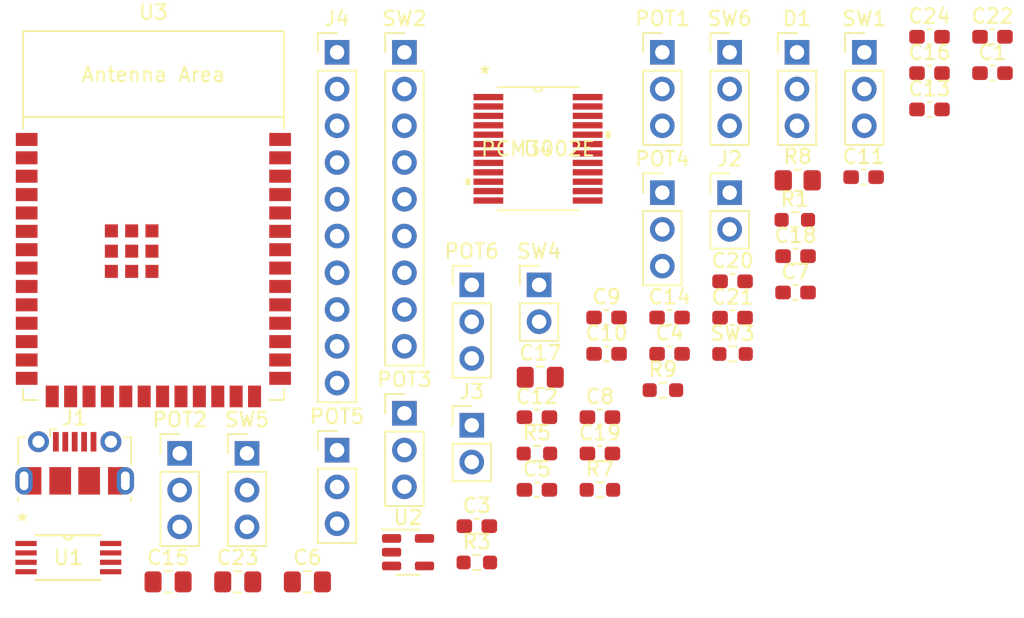
<source format=kicad_pcb>
(kicad_pcb (version 20211014) (generator pcbnew)
  (layers (0 "F.Cu" signal) (31 "B.Cu" signal) (34 "B.Paste" user) (35 "F.Paste" user) (36 "B.SilkS" user "B.Silkscreen") (37 "F.SilkS" user "F.Silkscreen") (38 "B.Mask" user) (39 "F.Mask" user) (44 "Edge.Cuts" user))
  (net 0 "")
  (net 1 "Net-(C1-Pad1)")
  (net 2 "/SWITCHED_IN")
  (net 3 "Net-(C3-Pad1)")
  (net 4 "/SWITCHED_OUT")
  (net 5 "GND")
  (net 6 "Net-(C5-Pad2)")
  (net 7 "+3V3")
  (net 8 "Net-(C8-Pad1)")
  (net 9 "+5V")
  (net 10 "Net-(C11-Pad2)")
  (net 11 "Net-(C18-Pad1)")
  (net 12 "Net-(C19-Pad1)")
  (net 13 "Net-(C20-Pad1)")
  (net 14 "Net-(C21-Pad1)")
  (net 15 "Net-(C22-Pad1)")
  (net 16 "Net-(D1-Pad1)")
  (net 17 "Net-(D1-Pad3)")
  (net 18 "Net-(J1-Pad1)")
  (net 19 "/D-")
  (net 20 "/D+")
  (net 22 "/CODEC_A_IN")
  (net 23 "/CODEC_A_OUT")
  (net 24 "/RAW_IN")
  (net 25 "/RAW_OUT")
  (net 26 "/CODEC_DATA_IN")
  (net 27 "/CODEC_DATA_OUT")
  (net 28 "/CODEC_BITCLK")
  (net 29 "Net-(POT1-Pad2)")
  (net 30 "Net-(POT2-Pad2)")
  (net 31 "Net-(POT3-Pad2)")
  (net 32 "Net-(POT4-Pad2)")
  (net 33 "Net-(POT5-Pad2)")
  (net 34 "Net-(POT6-Pad2)")
  (net 35 "Net-(R9-Pad2)")
  (net 37 "Net-(SW2-Pad3)")
  (net 38 "Net-(SW5-Pad2)")
  (net 39 "Net-(SW6-Pad2)")
  (net 41 "/CODEC_ZFLG")
  (net 42 "/CODEC_MD")
  (net 43 "/CODEC_MC")
  (net 44 "/CODEC_SYSCLK")
  (net 46 "/CODEC_RST")
  (net 47 "/CODEC_ML")
  (net 48 "/CODEC_LRCLK")
  (footprint "Resistor_SMD:R_0603_1608Metric_Pad0.98x0.95mm_HandSolder" (layer "F.Cu") (at 146.635 104.305)
    (fp_text reference "R3" (at 0 -1.43) (layer "F.SilkS"))
    (fp_text value "1k")
    (fp_line (start -0.254724 -0.5225) (end 0.254724 -0.5225) (layer "F.SilkS") (width 0.12))
    (fp_line (start -0.254724 0.5225) (end 0.254724 0.5225) (layer "F.SilkS") (width 0.12))
    (pad "1" smd roundrect (at -0.9125 0) (size 0.975 0.95) (layers "F.Cu" "F.Paste" "F.Mask") (net 1 "Net-(C1-Pad1)"))
    (pad "2" smd roundrect (at 0.9125 0) (size 0.975 0.95) (layers "F.Cu" "F.Paste" "F.Mask") (net 6 "Net-(C5-Pad2)"))
  )
  (footprint "Connector_PinHeader_2.54mm:PinHeader_1x09_P2.54mm_Vertical" (layer "F.Cu") (at 141.635 69.045)
    (fp_text reference "SW2" (at 0 -2.33) (layer "F.SilkS"))
    (fp_text value "SW_3PDT")
    (fp_line (start -1.33 0) (end -1.33 -1.33) (layer "F.SilkS") (width 0.12))
    (fp_line (start -1.33 1.27) (end -1.33 21.65) (layer "F.SilkS") (width 0.12))
    (fp_line (start 1.33 1.27) (end 1.33 21.65) (layer "F.SilkS") (width 0.12))
    (fp_line (start -1.33 -1.33) (end 0 -1.33) (layer "F.SilkS") (width 0.12))
    (fp_line (start -1.33 21.65) (end 1.33 21.65) (layer "F.SilkS") (width 0.12))
    (fp_line (start -1.33 1.27) (end 1.33 1.27) (layer "F.SilkS") (width 0.12))
    (pad "1" thru_hole rect (at 0 0) (size 1.7 1.7) (drill 1) (layers *.Cu *.Mask) (net 2 "/SWITCHED_IN"))
    (pad "2" thru_hole oval (at 0 2.54) (size 1.7 1.7) (drill 1) (layers *.Cu *.Mask) (net 24 "/RAW_IN"))
    (pad "3" thru_hole oval (at 0 5.08) (size 1.7 1.7) (drill 1) (layers *.Cu *.Mask) (net 37 "Net-(SW2-Pad3)"))
    (pad "4" thru_hole oval (at 0 7.62) (size 1.7 1.7) (drill 1) (layers *.Cu *.Mask) (net 4 "/SWITCHED_OUT"))
    (pad "5" thru_hole oval (at 0 10.16) (size 1.7 1.7) (drill 1) (layers *.Cu *.Mask) (net 25 "/RAW_OUT"))
    (pad "6" thru_hole oval (at 0 12.7) (size 1.7 1.7) (drill 1) (layers *.Cu *.Mask) (net 37 "Net-(SW2-Pad3)"))
    (pad "7" thru_hole oval (at 0 15.24) (size 1.7 1.7) (drill 1) (layers *.Cu *.Mask) (net 17 "Net-(D1-Pad3)"))
    (pad "8" thru_hole oval (at 0 17.78) (size 1.7 1.7) (drill 1) (layers *.Cu *.Mask) (net 35 "Net-(R9-Pad2)"))
    (pad "9" thru_hole oval (at 0 20.32) (size 1.7 1.7) (drill 1) (layers *.Cu *.Mask) (net 16 "Net-(D1-Pad1)"))
  )
  (footprint "Capacitor_SMD:C_0603_1608Metric_Pad1.08x0.95mm_HandSolder" (layer "F.Cu") (at 182.245 67.975)
    (fp_text reference "C22" (at 0 -1.43) (layer "F.SilkS"))
    (fp_text value "4.7uF")
    (fp_line (start -0.146267 -0.51) (end 0.146267 -0.51) (layer "F.SilkS") (width 0.12))
    (fp_line (start -0.146267 0.51) (end 0.146267 0.51) (layer "F.SilkS") (width 0.12))
    (pad "1" smd roundrect (at -0.8625 0) (size 1.075 0.95) (layers "F.Cu" "F.Paste" "F.Mask") (net 15 "Net-(C22-Pad1)"))
    (pad "2" smd roundrect (at 0.8625 0) (size 1.075 0.95) (layers "F.Cu" "F.Paste" "F.Mask") (net 4 "/SWITCHED_OUT"))
  )
  (footprint "Resistor_SMD:R_0603_1608Metric_Pad0.98x0.95mm_HandSolder" (layer "F.Cu") (at 155.135 99.285)
    (fp_text reference "R7" (at 0 -1.43) (layer "F.SilkS"))
    (fp_text value "100k")
    (fp_line (start -0.254724 -0.5225) (end 0.254724 -0.5225) (layer "F.SilkS") (width 0.12))
    (fp_line (start -0.254724 0.5225) (end 0.254724 0.5225) (layer "F.SilkS") (width 0.12))
    (pad "1" smd roundrect (at -0.9125 0) (size 0.975 0.95) (layers "F.Cu" "F.Paste" "F.Mask") (net 5 "GND"))
    (pad "2" smd roundrect (at 0.9125 0) (size 0.975 0.95) (layers "F.Cu" "F.Paste" "F.Mask") (net 4 "/SWITCHED_OUT"))
  )
  (footprint "Resistor_SMD:R_0603_1608Metric_Pad0.98x0.95mm_HandSolder" (layer "F.Cu") (at 164.295 89.895)
    (fp_text reference "SW3" (at 0 -1.43) (layer "F.SilkS"))
    (fp_text value "Boot")
    (fp_line (start -0.254724 -0.5225) (end 0.254724 -0.5225) (layer "F.SilkS") (width 0.12))
    (fp_line (start -0.254724 0.5225) (end 0.254724 0.5225) (layer "F.SilkS") (width 0.12))
    (pad "1" smd roundrect (at -0.9125 0) (size 0.975 0.95) (layers "F.Cu" "F.Paste" "F.Mask") (net 5 "GND"))
    (pad "2" smd roundrect (at 0.9125 0) (size 0.975 0.95) (layers "F.Cu" "F.Paste" "F.Mask") (net 10 "Net-(C11-Pad2)"))
  )
  (footprint "Connector_PinHeader_2.54mm:PinHeader_1x03_P2.54mm_Vertical" (layer "F.Cu") (at 168.745 69.045)
    (fp_text reference "D1" (at 0 -2.33) (layer "F.SilkS"))
    (fp_text value "LED_Dual_AKA")
    (fp_line (start -1.33 6.41) (end 1.33 6.41) (layer "F.SilkS") (width 0.12))
    (fp_line (start -1.33 1.27) (end 1.33 1.27) (layer "F.SilkS") (width 0.12))
    (fp_line (start -1.33 0) (end -1.33 -1.33) (layer "F.SilkS") (width 0.12))
    (fp_line (start -1.33 1.27) (end -1.33 6.41) (layer "F.SilkS") (width 0.12))
    (fp_line (start 1.33 1.27) (end 1.33 6.41) (layer "F.SilkS") (width 0.12))
    (fp_line (start -1.33 -1.33) (end 0 -1.33) (layer "F.SilkS") (width 0.12))
    (pad "1" thru_hole rect (at 0 0) (size 1.7 1.7) (drill 1) (layers *.Cu *.Mask) (net 16 "Net-(D1-Pad1)"))
    (pad "2" thru_hole oval (at 0 2.54) (size 1.7 1.7) (drill 1) (layers *.Cu *.Mask) (net 5 "GND"))
    (pad "3" thru_hole oval (at 0 5.08) (size 1.7 1.7) (drill 1) (layers *.Cu *.Mask) (net 17 "Net-(D1-Pad3)"))
  )
  (footprint "Connector_PinHeader_2.54mm:PinHeader_1x03_P2.54mm_Vertical" (layer "F.Cu") (at 146.285 85.125)
    (fp_text reference "POT6" (at 0 -2.33) (layer "F.SilkS"))
    (fp_text value "B10K")
    (fp_line (start 1.33 1.27) (end 1.33 6.41) (layer "F.SilkS") (width 0.12))
    (fp_line (start -1.33 6.41) (end 1.33 6.41) (layer "F.SilkS") (width 0.12))
    (fp_line (start -1.33 1.27) (end 1.33 1.27) (layer "F.SilkS") (width 0.12))
    (fp_line (start -1.33 0) (end -1.33 -1.33) (layer "F.SilkS") (width 0.12))
    (fp_line (start -1.33 -1.33) (end 0 -1.33) (layer "F.SilkS") (width 0.12))
    (fp_line (start -1.33 1.27) (end -1.33 6.41) (layer "F.SilkS") (width 0.12))
    (pad "1" thru_hole rect (at 0 0) (size 1.7 1.7) (drill 1) (layers *.Cu *.Mask) (net 7 "+3V3"))
    (pad "2" thru_hole oval (at 0 2.54) (size 1.7 1.7) (drill 1) (layers *.Cu *.Mask) (net 34 "Net-(POT6-Pad2)"))
    (pad "3" thru_hole oval (at 0 5.08) (size 1.7 1.7) (drill 1) (layers *.Cu *.Mask) (net 5 "GND"))
  )
  (footprint "Capacitor_SMD:C_0603_1608Metric_Pad1.08x0.95mm_HandSolder" (layer "F.Cu") (at 164.295 84.875)
    (fp_text reference "C20" (at 0 -1.43) (layer "F.SilkS"))
    (fp_text value "4.7uF")
    (fp_line (start -0.146267 0.51) (end 0.146267 0.51) (layer "F.SilkS") (width 0.12))
    (fp_line (start -0.146267 -0.51) (end 0.146267 -0.51) (layer "F.SilkS") (width 0.12))
    (pad "1" smd roundrect (at -0.8625 0) (size 1.075 0.95) (layers "F.Cu" "F.Paste" "F.Mask") (net 13 "Net-(C20-Pad1)"))
    (pad "2" smd roundrect (at 0.8625 0) (size 1.075 0.95) (layers "F.Cu" "F.Paste" "F.Mask") (net 5 "GND"))
  )
  (footprint "Capacitor_SMD:C_0603_1608Metric_Pad1.08x0.95mm_HandSolder" (layer "F.Cu") (at 168.645 83.135)
    (fp_text reference "C18" (at 0 -1.43) (layer "F.SilkS"))
    (fp_text value "4.7uF")
    (fp_line (start -0.146267 -0.51) (end 0.146267 -0.51) (layer "F.SilkS") (width 0.12))
    (fp_line (start -0.146267 0.51) (end 0.146267 0.51) (layer "F.SilkS") (width 0.12))
    (pad "1" smd roundrect (at -0.8625 0) (size 1.075 0.95) (layers "F.Cu" "F.Paste" "F.Mask") (net 11 "Net-(C18-Pad1)"))
    (pad "2" smd roundrect (at 0.8625 0) (size 1.075 0.95) (layers "F.Cu" "F.Paste" "F.Mask") (net 5 "GND"))
  )
  (footprint "Espressif:ESP32-S2-SOLO" (layer "F.Cu") (at 124.3 83.33)
    (fp_text reference "U3" (at 0 -17.05) (layer "F.SilkS"))
    (fp_text value "ESP32-S2-SOLO")
    (fp_text user "Antenna Area" (at 0 -12.75) (layer "F.SilkS"))
    (fp_line (start 9 9) (end 9 9.75) (layer "F.SilkS") (width 0.12))
    (fp_line (start 9 9.75) (end 8 9.75) (layer "F.SilkS") (width 0.12))
    (fp_line (start 9 -15.75) (end 9 -9) (layer "F.SilkS") (width 0.12))
    (fp_line (start -9 -15.75) (end -9 -9) (layer "F.SilkS") (width 0.12))
    (fp_line (start -9 9.75) (end -8 9.75) (layer "F.SilkS") (width 0.12))
    (fp_line (start 9 -9.81) (end -9 -9.81) (layer "F.SilkS") (width 0.12))
    (fp_line (start -9 9) (end -9 9.75) (layer "F.SilkS") (width 0.12))
    (fp_line (start -9 -15.75) (end 9 -15.75) (layer "F.SilkS") (width 0.12))
    (pad "1" smd rect (at -8.75 -8.26) (size 1.5 0.9) (layers "F.Cu" "F.Paste" "F.Mask") (net 5 "GND"))
    (pad "2" smd rect (at -8.75 -6.99) (size 1.5 0.9) (layers "F.Cu" "F.Paste" "F.Mask") (net 7 "+3V3"))
    (pad "3" smd rect (at -8.75 -5.72) (size 1.5 0.9) (layers "F.Cu" "F.Paste" "F.Mask") (net 8 "Net-(C8-Pad1)"))
    (pad "4" smd rect (at -8.75 -4.45) (size 1.5 0.9) (layers "F.Cu" "F.Paste" "F.Mask") (net 32 "Net-(POT4-Pad2)"))
    (pad "5" smd rect (at -8.75 -3.18) (size 1.5 0.9) (layers "F.Cu" "F.Paste" "F.Mask") (net 33 "Net-(POT5-Pad2)"))
    (pad "6" smd rect (at -8.75 -1.91) (size 1.5 0.9) (layers "F.Cu" "F.Paste" "F.Mask") (net 34 "Net-(POT6-Pad2)"))
    (pad "7" smd rect (at -8.75 -0.64) (size 1.5 0.9) (layers "F.Cu" "F.Paste" "F.Mask") (net 38 "Net-(SW5-Pad2)"))
    (pad "8" smd rect (at -8.75 0.63) (size 1.5 0.9) (layers "F.Cu" "F.Paste" "F.Mask") (net 41 "/CODEC_ZFLG"))
    (pad "9" smd rect (at -8.75 1.9) (size 1.5 0.9) (layers "F.Cu" "F.Paste" "F.Mask") (net 42 "/CODEC_MD"))
    (pad "10" smd rect (at -8.75 3.17) (size 1.5 0.9) (layers "F.Cu" "F.Paste" "F.Mask") (net 43 "/CODEC_MC"))
    (pad "11" smd rect (at -8.75 4.44) (size 1.5 0.9) (layers "F.Cu" "F.Paste" "F.Mask") (net 44 "/CODEC_SYSCLK"))
    (pad "12" smd rect (at -8.75 5.71) (size 1.5 0.9) (layers "F.Cu" "F.Paste" "F.Mask") (net 39 "Net-(SW6-Pad2)"))
    (pad "13" smd rect (at -8.75 6.98) (size 1.5 0.9) (layers "F.Cu" "F.Paste" "F.Mask") (net 19 "/D-"))
    (pad "14" smd rect (at -8.75 8.25) (size 1.5 0.9) (layers "F.Cu" "F.Paste" "F.Mask") (net 20 "/D+"))
    (pad "15" smd rect (at -6.985 9.5 90) (size 1.5 0.9) (layers "F.Cu" "F.Paste" "F.Mask") (net 31 "Net-(POT3-Pad2)"))
    (pad "16" smd rect (at -5.715 9.5 90) (size 1.5 0.9) (layers "F.Cu" "F.Paste" "F.Mask"))
    (pad "17" smd rect (at -4.445 9.5 90) (size 1.5 0.9) (layers "F.Cu" "F.Paste" "F.Mask") (net 46 "/CODEC_RST"))
    (pad "18" smd rect (at -3.175 9.5 90) (size 1.5 0.9) (layers "F.Cu" "F.Paste" "F.Mask") (net 47 "/CODEC_ML"))
    (pad "19" smd rect (at -1.905 9.5 90) (size 1.5 0.9) (layers "F.Cu" "F.Paste" "F.Mask") (net 48 "/CODEC_LRCLK"))
    (pad "20" smd rect (at -0.635 9.5 90) (size 1.5 0.9) (layers "F.Cu" "F.Paste" "F.Mask") (net 28 "/CODEC_BITCLK"))
    (pad "21" smd rect (at 0.635 9.5 90) (size 1.5 0.9) (layers "F.Cu" "F.Paste" "F.Mask") (net 27 "/CODEC_DATA_OUT"))
    (pad "22" smd rect (at 1.905 9.5 90) (size 1.5 0.9) (layers "F.Cu" "F.Paste" "F.Mask") (net 26 "/CODEC_DATA_IN"))
    (pad "23" smd rect (at 3.175 9.5 90) (size 1.5 0.9) (layers "F.Cu" "F.Paste" "F.Mask"))
    (pad "24" smd rect (at 4.445 9.5 90) (size 1.5 0.9) (layers "F.Cu" "F.Paste" "F.Mask"))
    (pad "25" smd rect (at 5.715 9.5 90) (size 1.5 0.9) (layers "F.Cu" "F.Paste" "F.Mask"))
    (pad "26" smd rect (at 6.985 9.5 90) (size 1.5 0.9) (layers "F.Cu" "F.Paste" "F.Mask"))
    (pad "27" smd rect (at 8.75 8.25 180) (size 1.5 0.9) (layers "F.Cu" "F.Paste" "F.Mask") (net 10 "Net-(C11-Pad2)"))
    (pad "28" smd rect (at 8.75 6.98 180) (size 1.5 0.9) (layers "F.Cu" "F.Paste" "F.Mask"))
    (pad "29" smd rect (at 8.75 5.71 180) (size 1.5 0.9) (layers "F.Cu" "F.Paste" "F.Mask"))
    (pad "30" smd rect (at 8.75 4.44 180) (size 1.5 0.9) (layers "F.Cu" "F.Paste" "F.Mask"))
    (pad "31" smd rect (at 8.75 3.17 180) (size 1.5 0.9) (layers "F.Cu" "F.Paste" "F.Mask"))
    (pad "32" smd rect (at 8.75 1.9 180) (size 1.5 0.9) (layers "F.Cu" "F.Paste" "F.Mask"))
    (pad "33" smd rect (at 8.75 0.63 180) (size 1.5 0.9) (layers "F.Cu" "F.Paste" "F.Mask"))
    (pad "34" smd rect (at 8.75 -0.64 180) (size 1.5 0.9) (layers "F.Cu" "F.Paste" "F.Mask"))
    (pad "35" smd rect (at 8.75 -1.91 180) (size 1.5 0.9) (layers "F.Cu" "F.Paste" "F.Mask"))
    (pad "36" smd rect (at 8.75 -3.18 180) (size 1.5 0.9) (layers "F.Cu" "F.Paste" "F.Mask"))
    (pad "37" smd rect (at 8.75 -4.45 180) (size 1.5 0.9) (layers "F.Cu" "F.Paste" "F.Mask"))
    (pad "38" smd rect (at 8.75 -5.72 180) (size 1.5 0.9) (layers "F.Cu" "F.Paste" "F.Mask") (net 30 "Net-(POT2-Pad2)"))
    (pad "39" smd rect (at 8.75 -6.99 180) (size 1.5 0.9) (layers "F.Cu" "F.Paste" "F.Mask") (net 29 "Net-(POT1-Pad2)"))
    (pad "40" smd rect (at 8.75 -8.26 180) (size 1.5 0.9) (layers "F.Cu" "F.Paste" "F.Mask") (net 5 "GND"))
    (pad "41" smd rect (at -2.9 0.86 180) (size 0.9 0.9) (layers "F.Cu" "F.Paste" "F.Mask") (net 5 "GND"))
    (pad "41" smd rect (at -1.5 0.86 180) (size 0.9 0.9) (layers "F.Cu" "F.Paste" "F.Mask") (net 5 "GND"))
    (pad "41" smd rect (at -0.1 -0.54 180) (size 0.9 0.9) (layers "F.Cu" "F.Paste" "F.Mask") (net 5 "GND"))
    (pad "41" smd rect (at -1.5 -1.94 180) (size 0.9 0.9) (layers "F.Cu" "F.Paste" "F.Mask") (net 5 "GND"))
    (pad "41" smd rect (at -0.1 0.86 180) (size 0.9 0.9) (layers "F.Cu" "F.Paste" "F.Mask") (net 5 "GND"))
    (pad "41" smd rect (at -2.9 -0.54 180) (size 0.9 0.9) (layers "F.Cu" "F.Paste" "F.Mask") (net 5 "GND"))
    (pad "41" smd rect (at -2.9 -1.94 180) (size 0.9 0.9) (layers "F.Cu" "F.Paste" "F.Mask") (net 5 "GND"))
    (pad "41" smd rect (at -0.1 -1.94 180) (size 0.9 0.9) (layers "F.Cu" "F.Paste" "F.Mask") (net 5 "GND"))
    (pad "41" smd rect (at -1.5 -0.54 180) (size 0.9 0.9) (layers "F.Cu" "F.Paste" "F.Mask") (net 5 "GND"))
  )
  (footprint "Capacitor_SMD:C_0603_1608Metric_Pad1.08x0.95mm_HandSolder" (layer "F.Cu") (at 177.895 72.995)
    (fp_text reference "C13" (at 0 -1.43) (layer "F.SilkS"))
    (fp_text value "1uF")
    (fp_line (start -0.146267 0.51) (end 0.146267 0.51) (layer "F.SilkS") (width 0.12))
    (fp_line (start -0.146267 -0.51) (end 0.146267 -0.51) (layer "F.SilkS") (width 0.12))
    (pad "1" smd roundrect (at -0.8625 0) (size 1.075 0.95) (layers "F.Cu" "F.Paste" "F.Mask") (net 7 "+3V3"))
    (pad "2" smd roundrect (at 0.8625 0) (size 1.075 0.95) (layers "F.Cu" "F.Paste" "F.Mask") (net 5 "GND"))
  )
  (footprint "Capacitor_SMD:C_0603_1608Metric_Pad1.08x0.95mm_HandSolder" (layer "F.Cu") (at 182.245 70.485)
    (fp_text reference "C1" (at 0 -1.43) (layer "F.SilkS"))
    (fp_text value "1uF")
    (fp_line (start -0.146267 0.51) (end 0.146267 0.51) (layer "F.SilkS") (width 0.12))
    (fp_line (start -0.146267 -0.51) (end 0.146267 -0.51) (layer "F.SilkS") (width 0.12))
    (pad "1" smd roundrect (at -0.8625 0) (size 1.075 0.95) (layers "F.Cu" "F.Paste" "F.Mask") (net 1 "Net-(C1-Pad1)"))
    (pad "2" smd roundrect (at 0.8625 0) (size 1.075 0.95) (layers "F.Cu" "F.Paste" "F.Mask") (net 2 "/SWITCHED_IN"))
  )
  (footprint "Capacitor_SMD:C_0805_2012Metric_Pad1.18x1.45mm_HandSolder" (layer "F.Cu") (at 134.935 105.645)
    (fp_text reference "C6" (at 0 -1.68) (layer "F.SilkS"))
    (fp_text value "22uF")
    (fp_line (start -0.261252 0.735) (end 0.261252 0.735) (layer "F.SilkS") (width 0.12))
    (fp_line (start -0.261252 -0.735) (end 0.261252 -0.735) (layer "F.SilkS") (width 0.12))
    (pad "1" smd roundrect (at -1.0375 0) (size 1.175 1.45) (layers "F.Cu" "F.Paste" "F.Mask") (roundrect_rratio 0.212766) (net 7 "+3V3"))
    (pad "2" smd roundrect (at 1.0375 0) (size 1.175 1.45) (layers "F.Cu" "F.Paste" "F.Mask") (roundrect_rratio 0.212766) (net 5 "GND"))
  )
  (footprint "Resistor_SMD:R_0603_1608Metric_Pad0.98x0.95mm_HandSolder" (layer "F.Cu") (at 159.485 92.395)
    (fp_text reference "R9" (at 0 -1.43) (layer "F.SilkS"))
    (fp_text value "165R")
    (fp_line (start -0.254724 -0.5225) (end 0.254724 -0.5225) (layer "F.SilkS") (width 0.12))
    (fp_line (start -0.254724 0.5225) (end 0.254724 0.5225) (layer "F.SilkS") (width 0.12))
    (pad "1" smd roundrect (at -0.9125 0) (size 0.975 0.95) (layers "F.Cu" "F.Paste" "F.Mask") (net 7 "+3V3"))
    (pad "2" smd roundrect (at 0.9125 0) (size 0.975 0.95) (layers "F.Cu" "F.Paste" "F.Mask") (net 35 "Net-(R9-Pad2)"))
  )
  (footprint "Capacitor_SMD:C_0603_1608Metric_Pad1.08x0.95mm_HandSolder" (layer "F.Cu") (at 168.645 85.645)
    (fp_text reference "C7" (at 0 -1.43) (layer "F.SilkS"))
    (fp_text value "0.1uF")
    (fp_line (start -0.146267 0.51) (end 0.146267 0.51) (layer "F.SilkS") (width 0.12))
    (fp_line (start -0.146267 -0.51) (end 0.146267 -0.51) (layer "F.SilkS") (width 0.12))
    (pad "1" smd roundrect (at -0.8625 0) (size 1.075 0.95) (layers "F.Cu" "F.Paste" "F.Mask") (net 7 "+3V3"))
    (pad "2" smd roundrect (at 0.8625 0) (size 1.075 0.95) (layers "F.Cu" "F.Paste" "F.Mask") (net 5 "GND"))
  )
  (footprint "Connector_PinHeader_2.54mm:PinHeader_1x02_P2.54mm_Vertical" (layer "F.Cu") (at 164.095 78.745)
    (fp_text reference "J2" (at 0 -2.33) (layer "F.SilkS"))
    (fp_text value "AudioJack2")
    (fp_line (start -1.33 0) (end -1.33 -1.33) (layer "F.SilkS") (width 0.12))
    (fp_line (start -1.33 1.27) (end 1.33 1.27) (layer "F.SilkS") (width 0.12))
    (fp_line (start 1.33 1.27) (end 1.33 3.87) (layer "F.SilkS") (width 0.12))
    (fp_line (start -1.33 -1.33) (end 0 -1.33) (layer "F.SilkS") (width 0.12))
    (fp_line (start -1.33 3.87) (end 1.33 3.87) (layer "F.SilkS") (width 0.12))
    (fp_line (start -1.33 1.27) (end -1.33 3.87) (layer "F.SilkS") (width 0.12))
    (pad "1" thru_hole rect (at 0 0) (size 1.7 1.7) (drill 1) (layers *.Cu *.Mask) (net 5 "GND"))
    (pad "2" thru_hole oval (at 0 2.54) (size 1.7 1.7) (drill 1) (layers *.Cu *.Mask) (net 24 "/RAW_IN"))
  )
  (footprint "Connector_PinHeader_2.54mm:PinHeader_1x03_P2.54mm_Vertical" (layer "F.Cu") (at 164.095 69.045)
    (fp_text reference "SW6" (at 0 -2.33) (layer "F.SilkS"))
    (fp_text value "SW_Push_SPDT")
    (fp_line (start -1.33 -1.33) (end 0 -1.33) (layer "F.SilkS") (width 0.12))
    (fp_line (start 1.33 1.27) (end 1.33 6.41) (layer "F.SilkS") (width 0.12))
    (fp_line (start -1.33 6.41) (end 1.33 6.41) (layer "F.SilkS") (width 0.12))
    (fp_line (start -1.33 1.27) (end -1.33 6.41) (layer "F.SilkS") (width 0.12))
    (fp_line (start -1.33 1.27) (end 1.33 1.27) (layer "F.SilkS") (width 0.12))
    (fp_line (start -1.33 0) (end -1.33 -1.33) (layer "F.SilkS") (width 0.12))
    (pad "1" thru_hole rect (at 0 0) (size 1.7 1.7) (drill 1) (layers *.Cu *.Mask) (net 7 "+3V3"))
    (pad "2" thru_hole oval (at 0 2.54) (size 1.7 1.7) (drill 1) (layers *.Cu *.Mask) (net 39 "Net-(SW6-Pad2)"))
    (pad "3" thru_hole oval (at 0 5.08) (size 1.7 1.7) (drill 1) (layers *.Cu *.Mask) (net 5 "GND"))
  )
  (footprint "Connector_PinHeader_2.54mm:PinHeader_1x03_P2.54mm_Vertical" (layer "F.Cu") (at 141.635 93.995)
    (fp_text reference "POT3" (at 0 -2.33) (layer "F.SilkS"))
    (fp_text value "B10K")
    (fp_line (start -1.33 1.27) (end -1.33 6.41) (layer "F.SilkS") (width 0.12))
    (fp_line (start -1.33 6.41) (end 1.33 6.41) (layer "F.SilkS") (width 0.12))
    (fp_line (start 1.33 1.27) (end 1.33 6.41) (layer "F.SilkS") (width 0.12))
    (fp_line (start -1.33 -1.33) (end 0 -1.33) (layer "F.SilkS") (width 0.12))
    (fp_line (start -1.33 1.27) (end 1.33 1.27) (layer "F.SilkS") (width 0.12))
    (fp_line (start -1.33 0) (end -1.33 -1.33) (layer "F.SilkS") (width 0.12))
    (pad "1" thru_hole rect (at 0 0) (size 1.7 1.7) (drill 1) (layers *.Cu *.Mask) (net 7 "+3V3"))
    (pad "2" thru_hole oval (at 0 2.54) (size 1.7 1.7) (drill 1) (layers *.Cu *.Mask) (net 31 "Net-(POT3-Pad2)"))
    (pad "3" thru_hole oval (at 0 5.08) (size 1.7 1.7) (drill 1) (layers *.Cu *.Mask) (net 5 "GND"))
  )
  (footprint "Capacitor_SMD:C_0603_1608Metric_Pad1.08x0.95mm_HandSolder" (layer "F.Cu") (at 155.135 96.775)
    (fp_text reference "C19" (at 0 -1.43) (layer "F.SilkS"))
    (fp_text value "4.7uF")
    (fp_line (start -0.146267 -0.51) (end 0.146267 -0.51) (layer "F.SilkS") (width 0.12))
    (fp_line (start -0.146267 0.51) (end 0.146267 0.51) (layer "F.SilkS") (width 0.12))
    (pad "1" smd roundrect (at -0.8625 0) (size 1.075 0.95) (layers "F.Cu" "F.Paste" "F.Mask") (net 12 "Net-(C19-Pad1)"))
    (pad "2" smd roundrect (at 0.8625 0) (size 1.075 0.95) (layers "F.Cu" "F.Paste" "F.Mask") (net 5 "GND"))
  )
  (footprint "Connector_PinHeader_2.54mm:PinHeader_1x03_P2.54mm_Vertical" (layer "F.Cu") (at 159.445 69.045)
    (fp_text reference "POT1" (at 0 -2.33) (layer "F.SilkS"))
    (fp_text value "B10K")
    (fp_line (start -1.33 1.27) (end -1.33 6.41) (layer "F.SilkS") (width 0.12))
    (fp_line (start -1.33 0) (end -1.33 -1.33) (layer "F.SilkS") (width 0.12))
    (fp_line (start -1.33 6.41) (end 1.33 6.41) (layer "F.SilkS") (width 0.12))
    (fp_line (start 1.33 1.27) (end 1.33 6.41) (layer "F.SilkS") (width 0.12))
    (fp_line (start -1.33 1.27) (end 1.33 1.27) (layer "F.SilkS") (width 0.12))
    (fp_line (start -1.33 -1.33) (end 0 -1.33) (layer "F.SilkS") (width 0.12))
    (pad "1" thru_hole rect (at 0 0) (size 1.7 1.7) (drill 1) (layers *.Cu *.Mask) (net 7 "+3V3"))
    (pad "2" thru_hole oval (at 0 2.54) (size 1.7 1.7) (drill 1) (layers *.Cu *.Mask) (net 29 "Net-(POT1-Pad2)"))
    (pad "3" thru_hole oval (at 0 5.08) (size 1.7 1.7) (drill 1) (layers *.Cu *.Mask) (net 5 "GND"))
  )
  (footprint "Connector_PinHeader_2.54mm:PinHeader_1x03_P2.54mm_Vertical" (layer "F.Cu") (at 136.985 96.545)
    (fp_text reference "POT5" (at 0 -2.33) (layer "F.SilkS"))
    (fp_text value "B10K")
    (fp_line (start -1.33 1.27) (end -1.33 6.41) (layer "F.SilkS") (width 0.12))
    (fp_line (start -1.33 0) (end -1.33 -1.33) (layer "F.SilkS") (width 0.12))
    (fp_line (start -1.33 6.41) (end 1.33 6.41) (layer "F.SilkS") (width 0.12))
    (fp_line (start -1.33 -1.33) (end 0 -1.33) (layer "F.SilkS") (width 0.12))
    (fp_line (start 1.33 1.27) (end 1.33 6.41) (layer "F.SilkS") (width 0.12))
    (fp_line (start -1.33 1.27) (end 1.33 1.27) (layer "F.SilkS") (width 0.12))
    (pad "1" thru_hole rect (at 0 0) (size 1.7 1.7) (drill 1) (layers *.Cu *.Mask) (net 7 "+3V3"))
    (pad "2" thru_hole oval (at 0 2.54) (size 1.7 1.7) (drill 1) (layers *.Cu *.Mask) (net 33 "Net-(POT5-Pad2)"))
    (pad "3" thru_hole oval (at 0 5.08) (size 1.7 1.7) (drill 1) (layers *.Cu *.Mask) (net 5 "GND"))
  )
  (footprint "Capacitor_SMD:C_0603_1608Metric_Pad1.08x0.95mm_HandSolder" (layer "F.Cu") (at 173.345 77.675)
    (fp_text reference "C11" (at 0 -1.43) (layer "F.SilkS"))
    (fp_text value "0.1uF")
    (fp_line (start -0.146267 0.51) (end 0.146267 0.51) (layer "F.SilkS") (width 0.12))
    (fp_line (start -0.146267 -0.51) (end 0.146267 -0.51) (layer "F.SilkS") (width 0.12))
    (pad "1" smd roundrect (at -0.8625 0) (size 1.075 0.95) (layers "F.Cu" "F.Paste" "F.Mask") (net 5 "GND"))
    (pad "2" smd roundrect (at 0.8625 0) (size 1.075 0.95) (layers "F.Cu" "F.Paste" "F.Mask") (net 10 "Net-(C11-Pad2)"))
  )
  (footprint "Connector_PinHeader_2.54mm:PinHeader_1x03_P2.54mm_Vertical" (layer "F.Cu") (at 126.115 96.765)
    (fp_text reference "POT2" (at 0 -2.33) (layer "F.SilkS"))
    (fp_text value "B10K")
    (fp_line (start -1.33 1.27) (end -1.33 6.41) (layer "F.SilkS") (width 0.12))
    (fp_line (start 1.33 1.27) (end 1.33 6.41) (layer "F.SilkS") (width 0.12))
    (fp_line (start -1.33 0) (end -1.33 -1.33) (layer "F.SilkS") (width 0.12))
    (fp_line (start -1.33 1.27) (end 1.33 1.27) (layer "F.SilkS") (width 0.12))
    (fp_line (start -1.33 6.41) (end 1.33 6.41) (layer "F.SilkS") (width 0.12))
    (fp_line (start -1.33 -1.33) (end 0 -1.33) (layer "F.SilkS") (width 0.12))
    (pad "1" thru_hole rect (at 0 0) (size 1.7 1.7) (drill 1) (layers *.Cu *.Mask) (net 7 "+3V3"))
    (pad "2" thru_hole oval (at 0 2.54) (size 1.7 1.7) (drill 1) (layers *.Cu *.Mask) (net 30 "Net-(POT2-Pad2)"))
    (pad "3" thru_hole oval (at 0 5.08) (size 1.7 1.7) (drill 1) (layers *.Cu *.Mask) (net 5 "GND"))
  )
  (footprint "Capacitor_SMD:C_0603_1608Metric_Pad1.08x0.95mm_HandSolder" (layer "F.Cu") (at 146.635 101.795)
    (fp_text reference "C3" (at 0 -1.43) (layer "F.SilkS"))
    (fp_text value "1uF")
    (fp_line (start -0.146267 -0.51) (end 0.146267 -0.51) (layer "F.SilkS") (width 0.12))
    (fp_line (start -0.146267 0.51) (end 0.146267 0.51) (layer "F.SilkS") (width 0.12))
    (pad "1" smd roundrect (at -0.8625 0) (size 1.075 0.95) (layers "F.Cu" "F.Paste" "F.Mask") (net 3 "Net-(C3-Pad1)"))
    (pad "2" smd roundrect (at 0.8625 0) (size 1.075 0.95) (layers "F.Cu" "F.Paste" "F.Mask") (net 4 "/SWITCHED_OUT"))
  )
  (footprint "Capacitor_SMD:C_0603_1608Metric_Pad1.08x0.95mm_HandSolder" (layer "F.Cu") (at 155.595 89.885)
    (fp_text reference "C10" (at 0 -1.43) (layer "F.SilkS"))
    (fp_text value "1uF")
    (fp_line (start -0.146267 -0.51) (end 0.146267 -0.51) (layer "F.SilkS") (width 0.12))
    (fp_line (start -0.146267 0.51) (end 0.146267 0.51) (layer "F.SilkS") (width 0.12))
    (pad "1" smd roundrect (at -0.8625 0) (size 1.075 0.95) (layers "F.Cu" "F.Paste" "F.Mask") (net 7 "+3V3"))
    (pad "2" smd roundrect (at 0.8625 0) (size 1.075 0.95) (layers "F.Cu" "F.Paste" "F.Mask") (net 5 "GND"))
  )
  (footprint "Capacitor_SMD:C_0805_2012Metric_Pad1.18x1.45mm_HandSolder" (layer "F.Cu") (at 125.315 105.645)
    (fp_text reference "C15" (at 0 -1.68) (layer "F.SilkS"))
    (fp_text value "10uF")
    (fp_line (start -0.261252 0.735) (end 0.261252 0.735) (layer "F.SilkS") (width 0.12))
    (fp_line (start -0.261252 -0.735) (end 0.261252 -0.735) (layer "F.SilkS") (width 0.12))
    (pad "1" smd roundrect (at -1.0375 0) (size 1.175 1.45) (layers "F.Cu" "F.Paste" "F.Mask") (roundrect_rratio 0.212766) (net 7 "+3V3"))
    (pad "2" smd roundrect (at 1.0375 0) (size 1.175 1.45) (layers "F.Cu" "F.Paste" "F.Mask") (roundrect_rratio 0.212766) (net 5 "GND"))
  )
  (footprint "Connector_PinHeader_2.54mm:PinHeader_1x03_P2.54mm_Vertical" (layer "F.Cu") (at 173.395 69.045)
    (fp_text reference "SW1" (at 0 -2.33) (layer "F.SilkS"))
    (fp_text value "SW_SPDT")
    (fp_line (start -1.33 -1.33) (end 0 -1.33) (layer "F.SilkS") (width 0.12))
    (fp_line (start -1.33 0) (end -1.33 -1.33) (layer "F.SilkS") (width 0.12))
    (fp_line (start -1.33 1.27) (end 1.33 1.27) (layer "F.SilkS") (width 0.12))
    (fp_line (start 1.33 1.27) (end 1.33 6.41) (layer "F.SilkS") (width 0.12))
    (fp_line (start -1.33 6.41) (end 1.33 6.41) (layer "F.SilkS") (width 0.12))
    (fp_line (start -1.33 1.27) (end -1.33 6.41) (layer "F.SilkS") (width 0.12))
    (pad "1" thru_hole rect (at 0 0) (size 1.7 1.7) (drill 1) (layers *.Cu *.Mask) (net 9 "+5V"))
    (pad "2" thru_hole oval (at 0 2.54) (size 1.7 1.7) (drill 1) (layers *.Cu *.Mask) (net 18 "Net-(J1-Pad1)"))
    (pad "3" thru_hole oval (at 0 5.08) (size 1.7 1.7) (drill 1) (layers *.Cu *.Mask))
  )
  (footprint "Connector_PinHeader_2.54mm:PinHeader_1x03_P2.54mm_Vertical" (layer "F.Cu") (at 159.445 78.745)
    (fp_text reference "POT4" (at 0 -2.33) (layer "F.SilkS"))
    (fp_text value "B10K")
    (fp_line (start -1.33 6.41) (end 1.33 6.41) (layer "F.SilkS") (width 0.12))
    (fp_line (start -1.33 1.27) (end -1.33 6.41) (layer "F.SilkS") (width 0.12))
    (fp_line (start -1.33 0) (end -1.33 -1.33) (layer "F.SilkS") (width 0.12))
    (fp_line (start -1.33 1.27) (end 1.33 1.27) (layer "F.SilkS") (width 0.12))
    (fp_line (start 1.33 1.27) (end 1.33 6.41) (layer "F.SilkS") (width 0.12))
    (fp_line (start -1.33 -1.33) (end 0 -1.33) (layer "F.SilkS") (width 0.12))
    (pad "1" thru_hole rect (at 0 0) (size 1.7 1.7) (drill 1) (layers *.Cu *.Mask) (net 7 "+3V3"))
    (pad "2" thru_hole oval (at 0 2.54) (size 1.7 1.7) (drill 1) (layers *.Cu *.Mask) (net 32 "Net-(POT4-Pad2)"))
    (pad "3" thru_hole oval (at 0 5.08) (size 1.7 1.7) (drill 1) (layers *.Cu *.Mask) (net 5 "GND"))
  )
  (footprint "Connector_USB:USB_Micro-B_Molex-105017-0001" (layer "F.Cu") (at 118.865 97.425)
    (fp_text reference "J1" (at 0 -3.1125) (layer "F.SilkS"))
    (fp_text value "USB_OTG")
    (fp_line (start 3.9 2.6375) (end 3.9 2.3875) (layer "F.SilkS") (width 0.12))
    (fp_line (start -1.7 -2.3125) (end -1.25 -2.3125) (layer "F.SilkS") (width 0.12))
    (fp_line (start 3.9 0.0875) (end 3.9 -1.7625) (layer "F.SilkS") (width 0.12))
    (fp_line (start -3.9 0.0875) (end -3.9 -1.7625) (layer "F.SilkS") (width 0.12))
    (fp_line (start -1.7 -2.3125) (end -1.7 -1.8625) (layer "F.SilkS") (width 0.12))
    (fp_line (start 3.9 -1.7625) (end 3.45 -1.7625) (layer "F.SilkS") (width 0.12))
    (fp_line (start -3.9 -1.7625) (end -3.45 -1.7625) (layer "F.SilkS") (width 0.12))
    (fp_line (start -3.9 2.6375) (end -3.9 2.3875) (layer "F.SilkS") (width 0.12))
    (pad "1" smd rect (at -1.3 -1.4625) (size 0.4 1.35) (layers "F.Cu" "F.Paste" "F.Mask") (net 18 "Net-(J1-Pad1)"))
    (pad "2" smd rect (at -0.65 -1.4625) (size 0.4 1.35) (layers "F.Cu" "F.Paste" "F.Mask") (net 19 "/D-"))
    (pad "3" smd rect (at 0 -1.4625) (size 0.4 1.35) (layers "F.Cu" "F.Paste" "F.Mask") (net 20 "/D+"))
    (pad "4" smd rect (at 0.65 -1.4625) (size 0.4 1.35) (layers "F.Cu" "F.Paste" "F.Mask"))
    (pad "5" smd rect (at 1.3 -1.4625) (size 0.4 1.35) (layers "F.Cu" "F.Paste" "F.Mask") (net 5 "GND"))
    (pad "6" smd rect (at -1 1.2375) (size 1.5 1.9) (layers "F.Cu" "F.Paste" "F.Mask") (net 5 "GND"))
    (pad "6" thru_hole oval (at 3.5 1.2375) (size 1.2 1.9) (drill oval 0.6 1.3) (layers *.Cu *.Mask) (net 5 "GND"))
    (pad "6" smd rect (at 2.9 1.2375) (size 1.2 1.9) (layers "F.Cu" "F.Mask") (net 5 "GND"))
    (pad "6" thru_hole circle (at 2.5 -1.4625) (size 1.45 1.45) (drill 0.85) (layers *.Cu *.Mask) (net 5 "GND"))
    (pad "6" thru_hole oval (at -3.5 1.2375 180) (size 1.2 1.9) (drill oval 0.6 1.3) (layers *.Cu *.Mask) (net 5 "GND"))
    (pad "6" smd rect (at 1 1.2375) (size 1.5 1.9) (layers "F.Cu" "F.Paste" "F.Mask") (net 5 "GND"))
    (pad "6" thru_hole circle (at -2.5 -1.4625) (size 1.45 1.45) (drill 0.85) (layers *.Cu *.Mask) (net 5 "GND"))
    (pad "6" smd rect (at -2.9 1.2375) (size 1.2 1.9) (layers "F.Cu" "F.Mask") (net 5 "GND"))
  )
  (footprint "Resistor_SMD:R_0603_1608Metric_Pad0.98x0.95mm_HandSolder" (layer "F.Cu") (at 168.595 80.625)
    (fp_text reference "R1" (at 0 -1.43) (layer "F.SilkS"))
    (fp_text value "1M")
    (fp_line (start -0.254724 0.5225) (end 0.254724 0.5225) (layer "F.SilkS") (width 0.12))
    (fp_line (start -0.254724 -0.5225) (end 0.254724 -0.5225) (layer "F.SilkS") (width 0.12))
    (pad "1" smd roundrect (at -0.9125 0) (size 0.975 0.95) (layers "F.Cu" "F.Paste" "F.Mask") (net 6 "Net-(C5-Pad2)"))
    (pad "2" smd roundrect (at 0.9125 0) (size 0.975 0.95) (layers "F.Cu" "F.Paste" "F.Mask") (net 7 "+3V3"))
  )
  (footprint "Capacitor_SMD:C_0805_2012Metric_Pad1.18x1.45mm_HandSolder" (layer "F.Cu") (at 151.015 91.505)
    (fp_text reference "C17" (at 0 -1.68) (layer "F.SilkS"))
    (fp_text value "10uF")
    (fp_line (start -0.261252 -0.735) (end 0.261252 -0.735) (layer "F.SilkS") (width 0.12))
    (fp_line (start -0.261252 0.735) (end 0.261252 0.735) (layer "F.SilkS") (width 0.12))
    (pad "1" smd roundrect (at -1.0375 0) (size 1.175 1.45) (layers "F.Cu" "F.Paste" "F.Mask") (roundrect_rratio 0.212766) (net 7 "+3V3"))
    (pad "2" smd roundrect (at 1.0375 0) (size 1.175 1.45) (layers "F.Cu" "F.Paste" "F.Mask") (roundrect_rratio 0.212766) (net 5 "GND"))
  )
  (footprint "Capacitor_SMD:C_0603_1608Metric_Pad1.08x0.95mm_HandSolder" (layer "F.Cu") (at 155.595 87.375)
    (fp_text reference "C9" (at 0 -1.43) (layer "F.SilkS"))
    (fp_text value "1uF")
    (fp_line (start -0.146267 -0.51) (end 0.146267 -0.51) (layer "F.SilkS") (width 0.12))
    (fp_line (start -0.146267 0.51) (end 0.146267 0.51) (layer "F.SilkS") (width 0.12))
    (pad "1" smd roundrect (at -0.8625 0) (size 1.075 0.95) (layers "F.Cu" "F.Paste" "F.Mask") (net 9 "+5V"))
    (pad "2" smd roundrect (at 0.8625 0) (size 1.075 0.95) (layers "F.Cu" "F.Paste" "F.Mask") (net 5 "GND"))
  )
  (footprint "Capacitor_SMD:C_0603_1608Metric_Pad1.08x0.95mm_HandSolder" (layer "F.Cu") (at 155.135 94.265)
    (fp_text reference "C8" (at 0 -1.43) (layer "F.SilkS"))
    (fp_text value "1uF")
    (fp_line (start -0.146267 0.51) (end 0.146267 0.51) (layer "F.SilkS") (width 0.12))
    (fp_line (start -0.146267 -0.51) (end 0.146267 -0.51) (layer "F.SilkS") (width 0.12))
    (pad "1" smd roundrect (at -0.8625 0) (size 1.075 0.95) (layers "F.Cu" "F.Paste" "F.Mask") (net 8 "Net-(C8-Pad1)"))
    (pad "2" smd roundrect (at 0.8625 0) (size 1.075 0.95) (layers "F.Cu" "F.Paste" "F.Mask") (net 5 "GND"))
  )
  (footprint "Capacitor_SMD:C_0603_1608Metric_Pad1.08x0.95mm_HandSolder" (layer "F.Cu") (at 164.295 87.385)
    (fp_text reference "C21" (at 0 -1.43) (layer "F.SilkS"))
    (fp_text value "1uF")
    (fp_line (start -0.146267 -0.51) (end 0.146267 -0.51) (layer "F.SilkS") (width 0.12))
    (fp_line (start -0.146267 0.51) (end 0.146267 0.51) (layer "F.SilkS") (width 0.12))
    (pad "1" smd roundrect (at -0.8625 0) (size 1.075 0.95) (layers "F.Cu" "F.Paste" "F.Mask") (net 14 "Net-(C21-Pad1)"))
    (pad "2" smd roundrect (at 0.8625 0) (size 1.075 0.95) (layers "F.Cu" "F.Paste" "F.Mask") (net 2 "/SWITCHED_IN"))
  )
  (footprint "Capacitor_SMD:C_0603_1608Metric_Pad1.08x0.95mm_HandSolder" (layer "F.Cu") (at 177.895 67.975)
    (fp_text reference "C24" (at 0 -1.43) (layer "F.SilkS"))
    (fp_text value "0.1uF")
    (fp_line (start -0.146267 -0.51) (end 0.146267 -0.51) (layer "F.SilkS") (width 0.12))
    (fp_line (start -0.146267 0.51) (end 0.146267 0.51) (layer "F.SilkS") (width 0.12))
    (pad "1" smd roundrect (at -0.8625 0) (size 1.075 0.95) (layers "F.Cu" "F.Paste" "F.Mask") (net 7 "+3V3"))
    (pad "2" smd roundrect (at 0.8625 0) (size 1.075 0.95) (layers "F.Cu" "F.Paste" "F.Mask") (net 5 "GND"))
  )
  (footprint "Connector_PinHeader_2.54mm:PinHeader_1x03_P2.54mm_Vertical" (layer "F.Cu") (at 130.765 96.765)
    (fp_text reference "SW5" (at 0 -2.33) (layer "F.SilkS"))
    (fp_text value "SW_Push_SPDT")
    (fp_line (start -1.33 0) (end -1.33 -1.33) (layer "F.SilkS") (width 0.12))
    (fp_line (start -1.33 6.41) (end 1.33 6.41) (layer "F.SilkS") (width 0.12))
    (fp_line (start -1.33 1.27) (end -1.33 6.41) (layer "F.SilkS") (width 0.12))
    (fp_line (start 1.33 1.27) (end 1.33 6.41) (layer "F.SilkS") (width 0.12))
    (fp_line (start -1.33 -1.33) (end 0 -1.33) (layer "F.SilkS") (width 0.12))
    (fp_line (start -1.33 1.27) (end 1.33 1.27) (layer "F.SilkS") (width 0.12))
    (pad "1" thru_hole rect (at 0 0) (size 1.7 1.7) (drill 1) (layers *.Cu *.Mask) (net 7 "+3V3"))
    (pad "2" thru_hole oval (at 0 2.54) (size 1.7 1.7) (drill 1) (layers *.Cu *.Mask) (net 38 "Net-(SW5-Pad2)"))
    (pad "3" thru_hole oval (at 0 5.08) (size 1.7 1.7) (drill 1) (layers *.Cu *.Mask) (net 5 "GND"))
  )
  (footprint "Connector_PinHeader_2.54mm:PinHeader_1x02_P2.54mm_Vertical" (layer "F.Cu") (at 150.935 85.125)
    (fp_text reference "SW4" (at 0 -2.33) (layer "F.SilkS"))
    (fp_text value "Reset")
    (fp_line (start -1.33 1.27) (end 1.33 1.27) (layer "F.SilkS") (width 0.12))
    (fp_line (start -1.33 0) (end -1.33 -1.33) (layer "F.SilkS") (width 0.12))
    (fp_line (start -1.33 3.87) (end 1.33 3.87) (layer "F.SilkS") (width 0.12))
    (fp_line (start -1.33 1.27) (end -1.33 3.87) (layer "F.SilkS") (width 0.12))
    (fp_line (start 1.33 1.27) (end 1.33 3.87) (layer "F.SilkS") (width 0.12))
    (fp_line (start -1.33 -1.33) (end 0 -1.33) (layer "F.SilkS") (width 0.12))
    (pad "1" thru_hole rect (at 0 0) (size 1.7 1.7) (drill 1) (layers *.Cu *.Mask) (net 8 "Net-(C8-Pad1)"))
    (pad "2" thru_hole oval (at 0 2.54) (size 1.7 1.7) (drill 1) (layers *.Cu *.Mask) (net 5 "GND"))
  )
  (footprint "PCM3002E:PCM3002E" (layer "F.Cu") (at 150.86 75.7155)
    (fp_text reference "U4" (at 0 0) (layer "F.SilkS"))
    (fp_text value "PCM3002E" (at 0 0) (layer "F.SilkS"))
    (fp_text user "*" (at -3.683 -5.1498) (layer "F.SilkS"))
    (fp_text user "*" (at -3.683 -5.1498) (layer "F.SilkS"))
    (fp_line (start -2.794 4.2545) (end 2.794 4.2545) (layer "F.SilkS") (width 0.12))
    (fp_line (start 2.794 -4.2545) (end -2.794 -4.2545) (layer "F.SilkS") (width 0.12))
    (fp_arc (start 0.3048 -4.2545) (mid 0 -3.9497) (end -0.3048 -4.2545) (layer "F.SilkS") (width 0.12))
    (fp_poly (pts (xy 4.9657 -1.165499) (xy 4.9657 -0.784499) (xy 4.7117 -0.784499) (xy 4.7117 -1.165499)) (layer "F.SilkS") (width 0.1) (fill solid))
    (fp_poly (pts (xy -4.9657 2.084499) (xy -4.9657 2.465499) (xy -4.7117 2.465499) (xy -4.7117 2.084499)) (layer "F.SilkS") (width 0.1) (fill solid))
    (pad "1" smd rect locked (at -3.429 -3.574999) (size 2.0574 0.4318) (layers "F.Cu" "F.Paste" "F.Mask") (net 7 "+3V3"))
    (pad "2" smd rect locked (at -3.429 -2.925) (size 2.0574 0.4318) (layers "F.Cu" "F.Paste" "F.Mask") (net 7 "+3V3"))
    (pad "3" smd rect locked (at -3.429 -2.275002) (size 2.0574 0.4318) (layers "F.Cu" "F.Paste" "F.Mask"))
    (pad "4" smd rect locked (at -3.429 -1.625001) (size 2.0574 0.4318) (layers "F.Cu" "F.Paste" "F.Mask") (net 11 "Net-(C18-Pad1)"))
    (pad "5" smd rect locked (at -3.429 -0.975002) (size 2.0574 0.4318) (layers "F.Cu" "F.Paste" "F.Mask") (net 13 "Net-(C20-Pad1)"))
    (pad "6" smd rect locked (at -3.429 -0.325001) (size 2.0574 0.4318) (layers "F.Cu" "F.Paste" "F.Mask") (net 14 "Net-(C21-Pad1)"))
    (pad "7" smd rect locked (at -3.429 0.324998) (size 2.0574 0.4318) (layers "F.Cu" "F.Paste" "F.Mask") (net 46 "/CODEC_RST"))
    (pad "8" smd rect locked (at -3.429 0.974999) (size 2.0574 0.4318) (layers "F.Cu" "F.Paste" "F.Mask") (net 47 "/CODEC_ML"))
    (pad "9" smd rect locked (at -3.429 1.624998) (size 2.0574 0.4318) (layers "F.Cu" "F.Paste" "F.Mask") (net 44 "/CODEC_SYSCLK"))
    (pad "10" smd rect locked (at -3.429 2.274999) (size 2.0574 0.4318) (layers "F.Cu" "F.Paste" "F.Mask") (net 48 "/CODEC_LRCLK"))
    (pad "11" smd rect locked (at -3.429 2.924998) (size 2.0574 0.4318) (layers "F.Cu" "F.Paste" "F.Mask") (net 28 "/CODEC_BITCLK"))
    (pad "12" smd rect locked (at -3.429 3.574999) (size 2.0574 0.4318) (layers "F.Cu" "F.Paste" "F.Mask") (net 27 "/CODEC_DATA_OUT"))
    (pad "13" smd rect locked (at 3.429 3.574999) (size 2.0574 0.4318) (layers "F.Cu" "F.Paste" "F.Mask") (net 5 "GND"))
    (pad "14" smd rect locked (at 3.429 2.925) (size 2.0574 0.4318) (layers "F.Cu" "F.Paste" "F.Mask") (net 7 "+3V3"))
    (pad "15" smd rect locked (at 3.429 2.274999) (size 2.0574 0.4318) (layers "F.Cu" "F.Paste" "F.Mask") (net 26 "/CODEC_DATA_IN"))
    (pad "16" smd rect locked (at 3.429 1.625001) (size 2.0574 0.4318) (layers "F.Cu" "F.Paste" "F.Mask") (net 41 "/CODEC_ZFLG"))
    (pad "17" smd rect locked (at 3.429 0.974999) (size 2.0574 0.4318) (layers "F.Cu" "F.Paste" "F.Mask") (net 42 "/CODEC_MD"))
    (pad "18" smd rect locked (at 3.429 0.325001) (size 2.0574 0.4318) (layers "F.Cu" "F.Paste" "F.Mask") (net 43 "/CODEC_MC"))
    (pad "19" smd rect locked (at 3.429 -0.324998) (size 2.0574 0.4318) (layers "F.Cu" "F.Paste" "F.Mask") (net 15 "Net-(C22-Pad1)"))
    (pad "20" smd rect locked (at 3.429 -0.974999) (size 2.0574 0.4318) (layers "F.Cu" "F.Paste" "F.Mask"))
    (pad "21" smd rect locked (at 3.429 -1.624998) (size 2.0574 0.4318) (layers "F.Cu" "F.Paste" "F.Mask") (net 12 "Net-(C19-Pad1)"))
    (pad "22" smd rect locked (at 3.429 -2.274999) (size 2.0574 0.4318) (layers "F.Cu" "F.Paste" "F.Mask") (net 5 "GND"))
    (pad "23" smd rect locked (at 3.429 -2.924998) (size 2.0574 0.4318) (layers "F.Cu" "F.Paste" "F.Mask") (net 5 "GND"))
    (pad "24" smd rect locked (at 3.429 -3.574999) (size 2.0574 0.4318) (layers "F.Cu" "F.Paste" "F.Mask") (net 7 "+3V3"))
  )
  (footprint "Connector_PinHeader_2.54mm:PinHeader_1x02_P2.54mm_Vertical" (layer "F.Cu") (at 146.285 94.825)
    (fp_text reference "J3" (at 0 -2.33) (layer "F.SilkS"))
    (fp_text value "AudioJack2")
    (fp_line (start -1.33 1.27) (end -1.33 3.87) (layer "F.SilkS") (width 0.12))
    (fp_line (start -1.33 -1.33) (end 0 -1.33) (layer "F.SilkS") (width 0.12))
    (fp_line (start 1.33 1.27) (end 1.33 3.87) (layer "F.SilkS") (width 0.12))
    (fp_line (start -1.33 0) (end -1.33 -1.33) (layer "F.SilkS") (width 0.12))
    (fp_line (start -1.33 3.87) (end 1.33 3.87) (layer "F.SilkS") (width 0.12))
    (fp_line (start -1.33 1.27) (end 1.33 1.27) (layer "F.SilkS") (width 0.12))
    (pad "1" thru_hole rect (at 0 0) (size 1.7 1.7) (drill 1) (layers *.Cu *.Mask) (net 5 "GND"))
    (pad "2" thru_hole oval (at 0 2.54) (size 1.7 1.7) (drill 1) (layers *.Cu *.Mask) (net 25 "/RAW_OUT"))
  )
  (footprint "Resistor_SMD:R_0603_1608Metric_Pad0.98x0.95mm_HandSolder" (layer "F.Cu") (at 150.785 96.775)
    (fp_text reference "R5" (at 0 -1.43) (layer "F.SilkS"))
    (fp_text value "1M")
    (fp_line (start -0.254724 0.5225) (end 0.254724 0.5225) (layer "F.SilkS") (width 0.12))
    (fp_line (start -0.254724 -0.5225) (end 0.254724 -0.5225) (layer "F.SilkS") (width 0.12))
    (pad "1" smd roundrect (at -0.9125 0) (size 0.975 0.95) (layers "F.Cu" "F.Paste" "F.Mask") (net 5 "GND"))
    (pad "2" smd roundrect (at 0.9125 0) (size 0.975 0.95) (layers "F.Cu" "F.Paste" "F.Mask") (net 6 "Net-(C5-Pad2)"))
  )
  (footprint "Capacitor_SMD:C_0603_1608Metric_Pad1.08x0.95mm_HandSolder" (layer "F.Cu") (at 150.785 99.285)
    (fp_text reference "C5" (at 0 -1.43) (layer "F.SilkS"))
    (fp_text value "1nF")
    (fp_line (start -0.146267 0.51) (end 0.146267 0.51) (layer "F.SilkS") (width 0.12))
    (fp_line (start -0.146267 -0.51) (end 0.146267 -0.51) (layer "F.SilkS") (width 0.12))
    (pad "1" smd roundrect (at -0.8625 0) (size 1.075 0.95) (layers "F.Cu" "F.Paste" "F.Mask") (net 5 "GND"))
    (pad "2" smd roundrect (at 0.8625 0) (size 1.075 0.95) (layers "F.Cu" "F.Paste" "F.Mask") (net 6 "Net-(C5-Pad2)"))
  )
  (footprint "Connector_PinHeader_2.54mm:PinHeader_1x10_P2.54mm_Vertical" (layer "F.Cu") (at 136.985 69.045)
    (fp_text reference "J4" (at 0 -2.33) (layer "F.SilkS"))
    (fp_text value "Test_Headers")
    (fp_line (start -1.33 1.27) (end -1.33 24.19) (layer "F.SilkS") (width 0.12))
    (fp_line (start -1.33 -1.33) (end 0 -1.33) (layer "F.SilkS") (width 0.12))
    (fp_line (start -1.33 1.27) (end 1.33 1.27) (layer "F.SilkS") (width 0.12))
    (fp_line (start 1.33 1.27) (end 1.33 24.19) (layer "F.SilkS") (width 0.12))
    (fp_line (start -1.33 0) (end -1.33 -1.33) (layer "F.SilkS") (width 0.12))
    (fp_line (start -1.33 24.19) (end 1.33 24.19) (layer "F.SilkS") (width 0.12))
    (pad "1" thru_hole rect (at 0 0) (size 1.7 1.7) (drill 1) (layers *.Cu *.Mask) (net 9 "+5V"))
    (pad "2" thru_hole oval (at 0 2.54) (size 1.7 1.7) (drill 1) (layers *.Cu *.Mask) (net 22 "/CODEC_A_IN"))
    (pad "3" thru_hole oval (at 0 5.08) (size 1.7 1.7) (drill 1) (layers *.Cu *.Mask) (net 23 "/CODEC_A_OUT"))
    (pad "4" thru_hole oval (at 0 7.62) (size 1.7 1.7) (drill 1) (layers *.Cu *.Mask) (net 24 "/RAW_IN"))
    (pad "5" thru_hole oval (at 0 10.16) (size 1.7 1.7) (drill 1) (layers *.Cu *.Mask) (net 25 "/RAW_OUT"))
    (pad "6" thru_hole oval (at 0 12.7) (size 1.7 1.7) (drill 1) (layers *.Cu *.Mask) (net 7 "+3V3"))
    (pad "7" thru_hole oval (at 0 15.24) (size 1.7 1.7) (drill 1) (layers *.Cu *.Mask) (net 26 "/CODEC_DATA_IN"))
    (pad "8" thru_hole oval (at 0 17.78) (size 1.7 1.7) (drill 1) (layers *.Cu *.Mask) (net 27 "/CODEC_DATA_OUT"))
    (pad "9" thru_hole oval (at 0 20.32) (size 1.7 1.7) (drill 1) (layers *.Cu *.Mask) (net 28 "/CODEC_BITCLK"))
    (pad "10" thru_hole oval (at 0 22.86) (size 1.7 1.7) (drill 1) (layers *.Cu *.Mask) (net 5 "GND"))
  )
  (footprint "Capacitor_SMD:C_0603_1608Metric_Pad1.08x0.95mm_HandSolder" (layer "F.Cu") (at 150.785 94.265)
    (fp_text reference "C12" (at 0 -1.43) (layer "F.SilkS"))
    (fp_text value "0.1uF")
    (fp_line (start -0.146267 0.51) (end 0.146267 0.51) (layer "F.SilkS") (width 0.12))
    (fp_line (start -0.146267 -0.51) (end 0.146267 -0.51) (layer "F.SilkS") (width 0.12))
    (pad "1" smd roundrect (at -0.8625 0) (size 1.075 0.95) (layers "F.Cu" "F.Paste" "F.Mask") (net 7 "+3V3"))
    (pad "2" smd roundrect (at 0.8625 0) (size 1.075 0.95) (layers "F.Cu" "F.Paste" "F.Mask") (net 5 "GND"))
  )
  (footprint "RC4580IPWR:PW8" (layer "F.Cu") (at 118.4278 103.9696)
    (fp_text reference "U1" (at 0 0 unlocked) (layer "F.SilkS"))
    (fp_text value "Opamp_Dual")
    (fp_text user "*" (at -3.175 -2.4736) (layer "F.SilkS"))
    (fp_text user "*" (at -3.175 -2.4736 unlocked) (layer "F.SilkS"))
    (fp_line (start -2.2479 1.5494) (end 2.2479 1.5494) (layer "F.SilkS") (width 0.1524))
    (fp_line (start 2.2479 -1.5494) (end -2.2479 -1.5494) (layer "F.SilkS") (width 0.1524))
    (fp_arc (start 0.3048 -1.5494) (mid 0 -1.2446) (end -0.3048 -1.5494) (layer "F.SilkS") (width 0.1524))
    (pad "1" smd rect (at -2.921 -0.974999) (size 1.4732 0.3556) (layers "F.Cu" "F.Paste" "F.Mask") (net 22 "/CODEC_A_IN"))
    (pad "2" smd rect (at -2.921 -0.325001) (size 1.4732 0.3556) (layers "F.Cu" "F.Paste" "F.Mask") (net 22 "/CODEC_A_IN"))
    (pad "3" smd rect (at -2.921 0.325001) (size 1.4732 0.3556) (layers "F.Cu" "F.Paste" "F.Mask") (net 6 "Net-(C5-Pad2)"))
    (pad "4" smd rect (at -2.921 0.974999) (size 1.4732 0.3556) (layers "F.Cu" "F.Paste" "F.Mask") (net 5 "GND"))
    (pad "5" smd rect (at 2.921 0.974999) (size 1.4732 0.3556) (layers "F.Cu" "F.Paste" "F.Mask") (net 23 "/CODEC_A_OUT"))
    (pad "6" smd rect (at 2.921 0.325001) (size 1.4732 0.3556) (layers "F.Cu" "F.Paste" "F.Mask") (net 3 "Net-(C3-Pad1)"))
    (pad "7" smd rect (at 2.921 -0.325001) (size 1.4732 0.3556) (layers "F.Cu" "F.Paste" "F.Mask") (net 3 "Net-(C3-Pad1)"))
    (pad "8" smd rect (at 2.921 -0.974999) (size 1.4732 0.3556) (layers "F.Cu" "F.Paste" "F.Mask") (net 7 "+3V3"))
  )
  (footprint "Capacitor_SMD:C_0805_2012Metric_Pad1.18x1.45mm_HandSolder" (layer "F.Cu") (at 130.125 105.645)
    (fp_text reference "C23" (at 0 -1.68) (layer "F.SilkS"))
    (fp_text value "10uF")
    (fp_line (start -0.261252 0.735) (end 0.261252 0.735) (layer "F.SilkS") (width 0.12))
    (fp_line (start -0.261252 -0.735) (end 0.261252 -0.735) (layer "F.SilkS") (width 0.12))
    (pad "1" smd roundrect (at -1.0375 0) (size 1.175 1.45) (layers "F.Cu" "F.Paste" "F.Mask") (roundrect_rratio 0.212766) (net 7 "+3V3"))
    (pad "2" smd roundrect (at 1.0375 0) (size 1.175 1.45) (layers "F.Cu" "F.Paste" "F.Mask") (roundrect_rratio 0.212766) (net 5 "GND"))
  )
  (footprint "Capacitor_SMD:C_0603_1608Metric_Pad1.08x0.95mm_HandSolder" (layer "F.Cu") (at 159.945 89.885)
    (fp_text reference "C4" (at 0 -1.43) (layer "F.SilkS"))
    (fp_text value "100pF")
    (fp_line (start -0.146267 -0.51) (end 0.146267 -0.51) (layer "F.SilkS") (width 0.12))
    (fp_line (start -0.146267 0.51) (end 0.146267 0.51) (layer "F.SilkS") (width 0.12))
    (pad "1" smd roundrect (at -0.8625 0) (size 1.075 0.95) (layers "F.Cu" "F.Paste" "F.Mask") (net 2 "/SWITCHED_IN"))
    (pad "2" smd roundrect (at 0.8625 0) (size 1.075 0.95) (layers "F.Cu" "F.Paste" "F.Mask") (net 5 "GND"))
  )
  (footprint "Package_TO_SOT_SMD:SOT-23-5" (layer "F.Cu") (at 141.885 103.595)
    (fp_text reference "U2" (at 0 -2.4) (layer "F.SilkS"))
    (fp_text value "MIC5504-3.3YM5")
    (fp_line (start 0 -1.56) (end -1.8 -1.56) (layer "F.SilkS") (width 0.12))
    (fp_line (start 0 -1.56) (end 0.8 -1.56) (layer "F.SilkS") (width 0.12))
    (fp_line (start 0 1.56) (end -0.8 1.56) (layer "F.SilkS") (width 0.12))
    (fp_line (start 0 1.56) (end 0.8 1.56) (layer "F.SilkS") (width 0.12))
    (pad "1" smd roundrect (at -1.1375 -0.95) (size 1.325 0.6) (layers "F.Cu" "F.Paste" "F.Mask") (net 9 "+5V"))
    (pad "2" smd roundrect (at -1.1375 0) (size 1.325 0.6) (layers "F.Cu" "F.Paste" "F.Mask") (net 5 "GND"))
    (pad "3" smd roundrect (at -1.1375 0.95) (size 1.325 0.6) (layers "F.Cu" "F.Paste" "F.Mask") (net 9 "+5V"))
    (pad "4" smd roundrect (at 1.1375 0.95) (size 1.325 0.6) (layers "F.Cu" "F.Paste" "F.Mask"))
    (pad "5" smd roundrect (at 1.1375 -0.95) (size 1.325 0.6) (layers "F.Cu" "F.Paste" "F.Mask") (net 7 "+3V3"))
  )
  (footprint "Capacitor_SMD:C_0603_1608Metric_Pad1.08x0.95mm_HandSolder" (layer "F.Cu") (at 177.895 70.485)
    (fp_text reference "C16" (at 0 -1.43) (layer "F.SilkS"))
    (fp_text value "0.1uF")
    (fp_line (start -0.146267 -0.51) (end 0.146267 -0.51) (layer "F.SilkS") (width 0.12))
    (fp_line (start -0.146267 0.51) (end 0.146267 0.51) (layer "F.SilkS") (width 0.12))
    (pad "1" smd roundrect (at -0.8625 0) (size 1.075 0.95) (layers "F.Cu" "F.Paste" "F.Mask") (net 7 "+3V3"))
    (pad "2" smd roundrect (at 0.8625 0) (size 1.075 0.95) (layers "F.Cu" "F.Paste" "F.Mask") (net 5 "GND"))
  )
  (footprint "Capacitor_SMD:C_0603_1608Metric_Pad1.08x0.95mm_HandSolder" (layer "F.Cu") (at 159.945 87.375)
    (fp_text reference "C14" (at 0 -1.43) (layer "F.SilkS"))
    (fp_text value "0.1uF")
    (fp_line (start -0.146267 -0.51) (end 0.146267 -0.51) (layer "F.SilkS") (width 0.12))
    (fp_line (start -0.146267 0.51) (end 0.146267 0.51) (layer "F.SilkS") (width 0.12))
    (pad "1" smd roundrect (at -0.8625 0) (size 1.075 0.95) (layers "F.Cu" "F.Paste" "F.Mask") (net 7 "+3V3"))
    (pad "2" smd roundrect (at 0.8625 0) (size 1.075 0.95) (layers "F.Cu" "F.Paste" "F.Mask") (net 5 "GND"))
  )
  (footprint "Resistor_SMD:R_0805_2012Metric_Pad1.20x1.40mm_HandSolder" (layer "F.Cu") (at 168.795 77.895)
    (fp_text reference "R8" (at 0 -1.65) (layer "F.SilkS"))
    (fp_text value "10k")
    (fp_line (start -0.227064 -0.735) (end 0.227064 -0.735) (layer "F.SilkS") (width 0.12))
    (fp_line (start -0.227064 0.735) (end 0.227064 0.735) (layer "F.SilkS") (width 0.12))
    (pad "1" smd roundrect (at -1 0) (size 1.2 1.4) (layers "F.Cu" "F.Paste" "F.Mask") (roundrect_rratio 0.208333) (net 7 "+3V3"))
    (pad "2" smd roundrect (at 1 0) (size 1.2 1.4) (layers "F.Cu" "F.Paste" "F.Mask") (roundrect_rratio 0.208333) (net 8 "Net-(C8-Pad1)"))
  )
)
</source>
